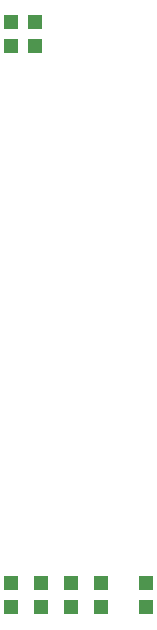
<source format=gtp>
G75*
G70*
%OFA0B0*%
%FSLAX24Y24*%
%IPPOS*%
%LPD*%
%AMOC8*
5,1,8,0,0,1.08239X$1,22.5*
%
%ADD10R,0.0500X0.0500*%
D10*
X004202Y001304D03*
X005202Y001304D03*
X006202Y001304D03*
X007202Y001304D03*
X007202Y002104D03*
X006202Y002104D03*
X005202Y002104D03*
X004202Y002104D03*
X008702Y002104D03*
X008702Y001304D03*
X005002Y020004D03*
X004202Y020004D03*
X004202Y020804D03*
X005002Y020804D03*
M02*

</source>
